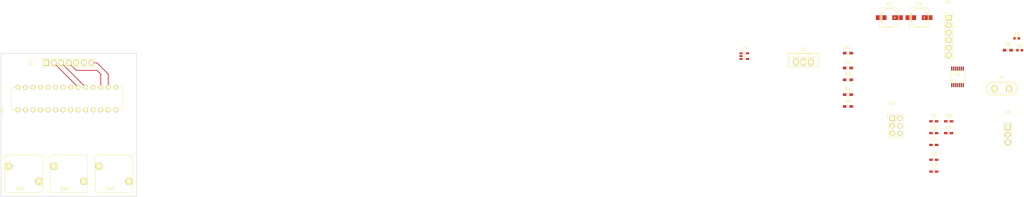
<source format=kicad_pcb>
(kicad_pcb (version 4) (host pcbnew 4.0.3-stable)

  (general
    (links 70)
    (no_connects 66)
    (area 105.969999 85.014999 151.840001 133.425001)
    (thickness 1.6)
    (drawings 13)
    (tracks 9)
    (zones 0)
    (modules 29)
    (nets 25)
  )

  (page A4)
  (layers
    (0 F.Cu signal)
    (31 B.Cu signal)
    (32 B.Adhes user)
    (33 F.Adhes user)
    (34 B.Paste user)
    (35 F.Paste user)
    (36 B.SilkS user)
    (37 F.SilkS user)
    (38 B.Mask user)
    (39 F.Mask user)
    (40 Dwgs.User user)
    (41 Cmts.User user)
    (42 Eco1.User user)
    (43 Eco2.User user)
    (44 Edge.Cuts user)
    (45 Margin user)
    (46 B.CrtYd user)
    (47 F.CrtYd user)
    (48 B.Fab user)
    (49 F.Fab user)
  )

  (setup
    (last_trace_width 0.25)
    (trace_clearance 0.2)
    (zone_clearance 0.508)
    (zone_45_only no)
    (trace_min 0.2)
    (segment_width 0.2)
    (edge_width 0.15)
    (via_size 0.6)
    (via_drill 0.4)
    (via_min_size 0.4)
    (via_min_drill 0.3)
    (uvia_size 0.3)
    (uvia_drill 0.1)
    (uvias_allowed no)
    (uvia_min_size 0.2)
    (uvia_min_drill 0.1)
    (pcb_text_width 0.3)
    (pcb_text_size 1.5 1.5)
    (mod_edge_width 0.15)
    (mod_text_size 1 1)
    (mod_text_width 0.15)
    (pad_size 1.524 1.524)
    (pad_drill 0.762)
    (pad_to_mask_clearance 0.2)
    (aux_axis_origin 0 0)
    (visible_elements FFFFFF7F)
    (pcbplotparams
      (layerselection 0x00030_80000001)
      (usegerberextensions false)
      (excludeedgelayer true)
      (linewidth 0.100000)
      (plotframeref false)
      (viasonmask false)
      (mode 1)
      (useauxorigin false)
      (hpglpennumber 1)
      (hpglpenspeed 20)
      (hpglpendiameter 15)
      (hpglpenoverlay 2)
      (psnegative false)
      (psa4output false)
      (plotreference true)
      (plotvalue true)
      (plotinvisibletext false)
      (padsonsilk false)
      (subtractmaskfromsilk false)
      (outputformat 1)
      (mirror false)
      (drillshape 1)
      (scaleselection 1)
      (outputdirectory ""))
  )

  (net 0 "")
  (net 1 GND)
  (net 2 /Reset)
  (net 3 "Net-(C2-Pad2)")
  (net 4 +5V)
  (net 5 "Net-(C4-Pad2)")
  (net 6 "Net-(C5-Pad2)")
  (net 7 +3V3)
  (net 8 "Net-(C9-Pad1)")
  (net 9 "Net-(D1-Pad2)")
  (net 10 "Net-(D1-Pad1)")
  (net 11 "Net-(D2-Pad2)")
  (net 12 "Net-(D2-Pad1)")
  (net 13 /Rx)
  (net 14 /Tx)
  (net 15 /Hall)
  (net 16 /Button_Up)
  (net 17 /Button_Down)
  (net 18 /Button_Select)
  (net 19 /SD_Select)
  (net 20 /Screen_Select)
  (net 21 /MOSI)
  (net 22 /MISO)
  (net 23 /SCK)
  (net 24 "Net-(J1-Pad2)")

  (net_class Default "This is the default net class."
    (clearance 0.2)
    (trace_width 0.25)
    (via_dia 0.6)
    (via_drill 0.4)
    (uvia_dia 0.3)
    (uvia_drill 0.1)
    (add_net +3V3)
    (add_net +5V)
    (add_net /Button_Down)
    (add_net /Button_Select)
    (add_net /Button_Up)
    (add_net /Hall)
    (add_net /MISO)
    (add_net /MOSI)
    (add_net /Reset)
    (add_net /Rx)
    (add_net /SCK)
    (add_net /SD_Select)
    (add_net /Screen_Select)
    (add_net /Tx)
    (add_net GND)
    (add_net "Net-(C2-Pad2)")
    (add_net "Net-(C4-Pad2)")
    (add_net "Net-(C5-Pad2)")
    (add_net "Net-(C9-Pad1)")
    (add_net "Net-(D1-Pad1)")
    (add_net "Net-(D1-Pad2)")
    (add_net "Net-(D2-Pad1)")
    (add_net "Net-(D2-Pad2)")
    (add_net "Net-(J1-Pad2)")
  )

  (module Capacitors_SMD:c_elec_6.3x4.5 (layer F.Cu) (tedit 55725DD2) (tstamp 57BB724E)
    (at 406 73)
    (descr "SMT capacitor, aluminium electrolytic, 6.3x4.5")
    (path /57A8FBDD)
    (attr smd)
    (fp_text reference C1 (at 0 -4.445) (layer F.SilkS)
      (effects (font (size 1 1) (thickness 0.15)))
    )
    (fp_text value 10uF (at 0 4.445) (layer F.Fab)
      (effects (font (size 1 1) (thickness 0.15)))
    )
    (fp_line (start -4.85 -3.6) (end 4.85 -3.6) (layer F.CrtYd) (width 0.05))
    (fp_line (start 4.85 -3.6) (end 4.85 3.6) (layer F.CrtYd) (width 0.05))
    (fp_line (start 4.85 3.6) (end -4.85 3.6) (layer F.CrtYd) (width 0.05))
    (fp_line (start -4.85 3.6) (end -4.85 -3.6) (layer F.CrtYd) (width 0.05))
    (fp_line (start -2.921 -0.762) (end -2.921 0.762) (layer F.SilkS) (width 0.15))
    (fp_line (start -2.794 1.143) (end -2.794 -1.143) (layer F.SilkS) (width 0.15))
    (fp_line (start -2.667 -1.397) (end -2.667 1.397) (layer F.SilkS) (width 0.15))
    (fp_line (start -2.54 1.651) (end -2.54 -1.651) (layer F.SilkS) (width 0.15))
    (fp_line (start -2.413 -1.778) (end -2.413 1.778) (layer F.SilkS) (width 0.15))
    (fp_line (start -3.302 -3.302) (end -3.302 3.302) (layer F.SilkS) (width 0.15))
    (fp_line (start -3.302 3.302) (end 2.54 3.302) (layer F.SilkS) (width 0.15))
    (fp_line (start 2.54 3.302) (end 3.302 2.54) (layer F.SilkS) (width 0.15))
    (fp_line (start 3.302 2.54) (end 3.302 -2.54) (layer F.SilkS) (width 0.15))
    (fp_line (start 3.302 -2.54) (end 2.54 -3.302) (layer F.SilkS) (width 0.15))
    (fp_line (start 2.54 -3.302) (end -3.302 -3.302) (layer F.SilkS) (width 0.15))
    (fp_line (start 2.159 0) (end 1.397 0) (layer F.SilkS) (width 0.15))
    (fp_line (start 1.778 -0.381) (end 1.778 0.381) (layer F.SilkS) (width 0.15))
    (fp_circle (center 0 0) (end -3.048 0) (layer F.SilkS) (width 0.15))
    (pad 1 smd rect (at 2.75082 0) (size 3.59918 1.6002) (layers F.Cu F.Paste F.Mask))
    (pad 2 smd rect (at -2.75082 0) (size 3.59918 1.6002) (layers F.Cu F.Paste F.Mask)
      (net 1 GND))
    (model Capacitors_SMD.3dshapes/c_elec_6.3x4.5.wrl
      (at (xyz 0 0 0))
      (scale (xyz 1 1 1))
      (rotate (xyz 0 0 0))
    )
  )

  (module Capacitors_SMD:C_0603_HandSoldering (layer F.Cu) (tedit 541A9B4D) (tstamp 57BB7254)
    (at 421 108)
    (descr "Capacitor SMD 0603, hand soldering")
    (tags "capacitor 0603")
    (path /57A90965)
    (attr smd)
    (fp_text reference C2 (at 0 -1.9) (layer F.SilkS)
      (effects (font (size 1 1) (thickness 0.15)))
    )
    (fp_text value C (at 0 1.9) (layer F.Fab)
      (effects (font (size 1 1) (thickness 0.15)))
    )
    (fp_line (start -1.85 -0.75) (end 1.85 -0.75) (layer F.CrtYd) (width 0.05))
    (fp_line (start -1.85 0.75) (end 1.85 0.75) (layer F.CrtYd) (width 0.05))
    (fp_line (start -1.85 -0.75) (end -1.85 0.75) (layer F.CrtYd) (width 0.05))
    (fp_line (start 1.85 -0.75) (end 1.85 0.75) (layer F.CrtYd) (width 0.05))
    (fp_line (start -0.35 -0.6) (end 0.35 -0.6) (layer F.SilkS) (width 0.15))
    (fp_line (start 0.35 0.6) (end -0.35 0.6) (layer F.SilkS) (width 0.15))
    (pad 1 smd rect (at -0.95 0) (size 1.2 0.75) (layers F.Cu F.Paste F.Mask)
      (net 2 /Reset))
    (pad 2 smd rect (at 0.95 0) (size 1.2 0.75) (layers F.Cu F.Paste F.Mask)
      (net 3 "Net-(C2-Pad2)"))
    (model Capacitors_SMD.3dshapes/C_0603_HandSoldering.wrl
      (at (xyz 0 0 0))
      (scale (xyz 1 1 1))
      (rotate (xyz 0 0 0))
    )
  )

  (module Capacitors_SMD:c_elec_6.3x4.5 (layer F.Cu) (tedit 55725DD2) (tstamp 57BB725A)
    (at 416 73)
    (descr "SMT capacitor, aluminium electrolytic, 6.3x4.5")
    (path /57A8FC0A)
    (attr smd)
    (fp_text reference C3 (at 0 -4.445) (layer F.SilkS)
      (effects (font (size 1 1) (thickness 0.15)))
    )
    (fp_text value 10uF (at 0 4.445) (layer F.Fab)
      (effects (font (size 1 1) (thickness 0.15)))
    )
    (fp_line (start -4.85 -3.6) (end 4.85 -3.6) (layer F.CrtYd) (width 0.05))
    (fp_line (start 4.85 -3.6) (end 4.85 3.6) (layer F.CrtYd) (width 0.05))
    (fp_line (start 4.85 3.6) (end -4.85 3.6) (layer F.CrtYd) (width 0.05))
    (fp_line (start -4.85 3.6) (end -4.85 -3.6) (layer F.CrtYd) (width 0.05))
    (fp_line (start -2.921 -0.762) (end -2.921 0.762) (layer F.SilkS) (width 0.15))
    (fp_line (start -2.794 1.143) (end -2.794 -1.143) (layer F.SilkS) (width 0.15))
    (fp_line (start -2.667 -1.397) (end -2.667 1.397) (layer F.SilkS) (width 0.15))
    (fp_line (start -2.54 1.651) (end -2.54 -1.651) (layer F.SilkS) (width 0.15))
    (fp_line (start -2.413 -1.778) (end -2.413 1.778) (layer F.SilkS) (width 0.15))
    (fp_line (start -3.302 -3.302) (end -3.302 3.302) (layer F.SilkS) (width 0.15))
    (fp_line (start -3.302 3.302) (end 2.54 3.302) (layer F.SilkS) (width 0.15))
    (fp_line (start 2.54 3.302) (end 3.302 2.54) (layer F.SilkS) (width 0.15))
    (fp_line (start 3.302 2.54) (end 3.302 -2.54) (layer F.SilkS) (width 0.15))
    (fp_line (start 3.302 -2.54) (end 2.54 -3.302) (layer F.SilkS) (width 0.15))
    (fp_line (start 2.54 -3.302) (end -3.302 -3.302) (layer F.SilkS) (width 0.15))
    (fp_line (start 2.159 0) (end 1.397 0) (layer F.SilkS) (width 0.15))
    (fp_line (start 1.778 -0.381) (end 1.778 0.381) (layer F.SilkS) (width 0.15))
    (fp_circle (center 0 0) (end -3.048 0) (layer F.SilkS) (width 0.15))
    (pad 1 smd rect (at 2.75082 0) (size 3.59918 1.6002) (layers F.Cu F.Paste F.Mask)
      (net 4 +5V))
    (pad 2 smd rect (at -2.75082 0) (size 3.59918 1.6002) (layers F.Cu F.Paste F.Mask)
      (net 1 GND))
    (model Capacitors_SMD.3dshapes/c_elec_6.3x4.5.wrl
      (at (xyz 0 0 0))
      (scale (xyz 1 1 1))
      (rotate (xyz 0 0 0))
    )
  )

  (module Capacitors_SMD:C_0603_HandSoldering (layer F.Cu) (tedit 541A9B4D) (tstamp 57BB7260)
    (at 421 116)
    (descr "Capacitor SMD 0603, hand soldering")
    (tags "capacitor 0603")
    (path /57A8F60C)
    (attr smd)
    (fp_text reference C4 (at 0 -1.9) (layer F.SilkS)
      (effects (font (size 1 1) (thickness 0.15)))
    )
    (fp_text value 22pF (at 0 1.9) (layer F.Fab)
      (effects (font (size 1 1) (thickness 0.15)))
    )
    (fp_line (start -1.85 -0.75) (end 1.85 -0.75) (layer F.CrtYd) (width 0.05))
    (fp_line (start -1.85 0.75) (end 1.85 0.75) (layer F.CrtYd) (width 0.05))
    (fp_line (start -1.85 -0.75) (end -1.85 0.75) (layer F.CrtYd) (width 0.05))
    (fp_line (start 1.85 -0.75) (end 1.85 0.75) (layer F.CrtYd) (width 0.05))
    (fp_line (start -0.35 -0.6) (end 0.35 -0.6) (layer F.SilkS) (width 0.15))
    (fp_line (start 0.35 0.6) (end -0.35 0.6) (layer F.SilkS) (width 0.15))
    (pad 1 smd rect (at -0.95 0) (size 1.2 0.75) (layers F.Cu F.Paste F.Mask)
      (net 1 GND))
    (pad 2 smd rect (at 0.95 0) (size 1.2 0.75) (layers F.Cu F.Paste F.Mask)
      (net 5 "Net-(C4-Pad2)"))
    (model Capacitors_SMD.3dshapes/C_0603_HandSoldering.wrl
      (at (xyz 0 0 0))
      (scale (xyz 1 1 1))
      (rotate (xyz 0 0 0))
    )
  )

  (module Capacitors_SMD:C_0603_HandSoldering (layer F.Cu) (tedit 541A9B4D) (tstamp 57BB7266)
    (at 421 112)
    (descr "Capacitor SMD 0603, hand soldering")
    (tags "capacitor 0603")
    (path /57A8F647)
    (attr smd)
    (fp_text reference C5 (at 0 -1.9) (layer F.SilkS)
      (effects (font (size 1 1) (thickness 0.15)))
    )
    (fp_text value 22pF (at 0 1.9) (layer F.Fab)
      (effects (font (size 1 1) (thickness 0.15)))
    )
    (fp_line (start -1.85 -0.75) (end 1.85 -0.75) (layer F.CrtYd) (width 0.05))
    (fp_line (start -1.85 0.75) (end 1.85 0.75) (layer F.CrtYd) (width 0.05))
    (fp_line (start -1.85 -0.75) (end -1.85 0.75) (layer F.CrtYd) (width 0.05))
    (fp_line (start 1.85 -0.75) (end 1.85 0.75) (layer F.CrtYd) (width 0.05))
    (fp_line (start -0.35 -0.6) (end 0.35 -0.6) (layer F.SilkS) (width 0.15))
    (fp_line (start 0.35 0.6) (end -0.35 0.6) (layer F.SilkS) (width 0.15))
    (pad 1 smd rect (at -0.95 0) (size 1.2 0.75) (layers F.Cu F.Paste F.Mask)
      (net 1 GND))
    (pad 2 smd rect (at 0.95 0) (size 1.2 0.75) (layers F.Cu F.Paste F.Mask)
      (net 6 "Net-(C5-Pad2)"))
    (model Capacitors_SMD.3dshapes/C_0603_HandSoldering.wrl
      (at (xyz 0 0 0))
      (scale (xyz 1 1 1))
      (rotate (xyz 0 0 0))
    )
  )

  (module Capacitors_SMD:C_0603_HandSoldering (layer F.Cu) (tedit 541A9B4D) (tstamp 57BB726C)
    (at 421 121)
    (descr "Capacitor SMD 0603, hand soldering")
    (tags "capacitor 0603")
    (path /57B79B73)
    (attr smd)
    (fp_text reference C6 (at 0 -1.9) (layer F.SilkS)
      (effects (font (size 1 1) (thickness 0.15)))
    )
    (fp_text value C (at 0 1.9) (layer F.Fab)
      (effects (font (size 1 1) (thickness 0.15)))
    )
    (fp_line (start -1.85 -0.75) (end 1.85 -0.75) (layer F.CrtYd) (width 0.05))
    (fp_line (start -1.85 0.75) (end 1.85 0.75) (layer F.CrtYd) (width 0.05))
    (fp_line (start -1.85 -0.75) (end -1.85 0.75) (layer F.CrtYd) (width 0.05))
    (fp_line (start 1.85 -0.75) (end 1.85 0.75) (layer F.CrtYd) (width 0.05))
    (fp_line (start -0.35 -0.6) (end 0.35 -0.6) (layer F.SilkS) (width 0.15))
    (fp_line (start 0.35 0.6) (end -0.35 0.6) (layer F.SilkS) (width 0.15))
    (pad 1 smd rect (at -0.95 0) (size 1.2 0.75) (layers F.Cu F.Paste F.Mask)
      (net 4 +5V))
    (pad 2 smd rect (at 0.95 0) (size 1.2 0.75) (layers F.Cu F.Paste F.Mask)
      (net 1 GND))
    (model Capacitors_SMD.3dshapes/C_0603_HandSoldering.wrl
      (at (xyz 0 0 0))
      (scale (xyz 1 1 1))
      (rotate (xyz 0 0 0))
    )
  )

  (module Capacitors_SMD:C_0603_HandSoldering (layer F.Cu) (tedit 541A9B4D) (tstamp 57BB7272)
    (at 421 125)
    (descr "Capacitor SMD 0603, hand soldering")
    (tags "capacitor 0603")
    (path /57B79C14)
    (attr smd)
    (fp_text reference C7 (at 0 -1.9) (layer F.SilkS)
      (effects (font (size 1 1) (thickness 0.15)))
    )
    (fp_text value C (at 0 1.9) (layer F.Fab)
      (effects (font (size 1 1) (thickness 0.15)))
    )
    (fp_line (start -1.85 -0.75) (end 1.85 -0.75) (layer F.CrtYd) (width 0.05))
    (fp_line (start -1.85 0.75) (end 1.85 0.75) (layer F.CrtYd) (width 0.05))
    (fp_line (start -1.85 -0.75) (end -1.85 0.75) (layer F.CrtYd) (width 0.05))
    (fp_line (start 1.85 -0.75) (end 1.85 0.75) (layer F.CrtYd) (width 0.05))
    (fp_line (start -0.35 -0.6) (end 0.35 -0.6) (layer F.SilkS) (width 0.15))
    (fp_line (start 0.35 0.6) (end -0.35 0.6) (layer F.SilkS) (width 0.15))
    (pad 1 smd rect (at -0.95 0) (size 1.2 0.75) (layers F.Cu F.Paste F.Mask)
      (net 7 +3V3))
    (pad 2 smd rect (at 0.95 0) (size 1.2 0.75) (layers F.Cu F.Paste F.Mask)
      (net 1 GND))
    (model Capacitors_SMD.3dshapes/C_0603_HandSoldering.wrl
      (at (xyz 0 0 0))
      (scale (xyz 1 1 1))
      (rotate (xyz 0 0 0))
    )
  )

  (module Capacitors_SMD:C_0603_HandSoldering (layer F.Cu) (tedit 541A9B4D) (tstamp 57BB7278)
    (at 426 108)
    (descr "Capacitor SMD 0603, hand soldering")
    (tags "capacitor 0603")
    (path /57BB43F1)
    (attr smd)
    (fp_text reference C8 (at 0 -1.9) (layer F.SilkS)
      (effects (font (size 1 1) (thickness 0.15)))
    )
    (fp_text value 0.1uF (at 0 1.9) (layer F.Fab)
      (effects (font (size 1 1) (thickness 0.15)))
    )
    (fp_line (start -1.85 -0.75) (end 1.85 -0.75) (layer F.CrtYd) (width 0.05))
    (fp_line (start -1.85 0.75) (end 1.85 0.75) (layer F.CrtYd) (width 0.05))
    (fp_line (start -1.85 -0.75) (end -1.85 0.75) (layer F.CrtYd) (width 0.05))
    (fp_line (start 1.85 -0.75) (end 1.85 0.75) (layer F.CrtYd) (width 0.05))
    (fp_line (start -0.35 -0.6) (end 0.35 -0.6) (layer F.SilkS) (width 0.15))
    (fp_line (start 0.35 0.6) (end -0.35 0.6) (layer F.SilkS) (width 0.15))
    (pad 1 smd rect (at -0.95 0) (size 1.2 0.75) (layers F.Cu F.Paste F.Mask)
      (net 4 +5V))
    (pad 2 smd rect (at 0.95 0) (size 1.2 0.75) (layers F.Cu F.Paste F.Mask)
      (net 1 GND))
    (model Capacitors_SMD.3dshapes/C_0603_HandSoldering.wrl
      (at (xyz 0 0 0))
      (scale (xyz 1 1 1))
      (rotate (xyz 0 0 0))
    )
  )

  (module Capacitors_SMD:C_0603_HandSoldering (layer F.Cu) (tedit 541A9B4D) (tstamp 57BB727E)
    (at 426 112)
    (descr "Capacitor SMD 0603, hand soldering")
    (tags "capacitor 0603")
    (path /57BB445C)
    (attr smd)
    (fp_text reference C9 (at 0 -1.9) (layer F.SilkS)
      (effects (font (size 1 1) (thickness 0.15)))
    )
    (fp_text value 0.1uF (at 0 1.9) (layer F.Fab)
      (effects (font (size 1 1) (thickness 0.15)))
    )
    (fp_line (start -1.85 -0.75) (end 1.85 -0.75) (layer F.CrtYd) (width 0.05))
    (fp_line (start -1.85 0.75) (end 1.85 0.75) (layer F.CrtYd) (width 0.05))
    (fp_line (start -1.85 -0.75) (end -1.85 0.75) (layer F.CrtYd) (width 0.05))
    (fp_line (start 1.85 -0.75) (end 1.85 0.75) (layer F.CrtYd) (width 0.05))
    (fp_line (start -0.35 -0.6) (end 0.35 -0.6) (layer F.SilkS) (width 0.15))
    (fp_line (start 0.35 0.6) (end -0.35 0.6) (layer F.SilkS) (width 0.15))
    (pad 1 smd rect (at -0.95 0) (size 1.2 0.75) (layers F.Cu F.Paste F.Mask)
      (net 8 "Net-(C9-Pad1)"))
    (pad 2 smd rect (at 0.95 0) (size 1.2 0.75) (layers F.Cu F.Paste F.Mask)
      (net 1 GND))
    (model Capacitors_SMD.3dshapes/C_0603_HandSoldering.wrl
      (at (xyz 0 0 0))
      (scale (xyz 1 1 1))
      (rotate (xyz 0 0 0))
    )
  )

  (module LEDs:LED_0603 (layer F.Cu) (tedit 55BDE255) (tstamp 57BB7284)
    (at 449 80)
    (descr "LED 0603 smd package")
    (tags "LED led 0603 SMD smd SMT smt smdled SMDLED smtled SMTLED")
    (path /57B778F0)
    (attr smd)
    (fp_text reference D1 (at 0 -1.5) (layer F.SilkS)
      (effects (font (size 1 1) (thickness 0.15)))
    )
    (fp_text value LED (at 0 1.5) (layer F.Fab)
      (effects (font (size 1 1) (thickness 0.15)))
    )
    (fp_line (start -0.3 -0.2) (end -0.3 0.2) (layer F.Fab) (width 0.15))
    (fp_line (start -0.2 0) (end 0.1 -0.2) (layer F.Fab) (width 0.15))
    (fp_line (start 0.1 0.2) (end -0.2 0) (layer F.Fab) (width 0.15))
    (fp_line (start 0.1 -0.2) (end 0.1 0.2) (layer F.Fab) (width 0.15))
    (fp_line (start 0.8 0.4) (end -0.8 0.4) (layer F.Fab) (width 0.15))
    (fp_line (start 0.8 -0.4) (end 0.8 0.4) (layer F.Fab) (width 0.15))
    (fp_line (start -0.8 -0.4) (end 0.8 -0.4) (layer F.Fab) (width 0.15))
    (fp_line (start -0.8 0.4) (end -0.8 -0.4) (layer F.Fab) (width 0.15))
    (fp_line (start -1.1 0.55) (end 0.8 0.55) (layer F.SilkS) (width 0.15))
    (fp_line (start -1.1 -0.55) (end 0.8 -0.55) (layer F.SilkS) (width 0.15))
    (fp_line (start -0.2 0) (end 0.25 0) (layer F.SilkS) (width 0.15))
    (fp_line (start -0.25 -0.25) (end -0.25 0.25) (layer F.SilkS) (width 0.15))
    (fp_line (start -0.25 0) (end 0 -0.25) (layer F.SilkS) (width 0.15))
    (fp_line (start 0 -0.25) (end 0 0.25) (layer F.SilkS) (width 0.15))
    (fp_line (start 0 0.25) (end -0.25 0) (layer F.SilkS) (width 0.15))
    (fp_line (start 1.4 -0.75) (end 1.4 0.75) (layer F.CrtYd) (width 0.05))
    (fp_line (start 1.4 0.75) (end -1.4 0.75) (layer F.CrtYd) (width 0.05))
    (fp_line (start -1.4 0.75) (end -1.4 -0.75) (layer F.CrtYd) (width 0.05))
    (fp_line (start -1.4 -0.75) (end 1.4 -0.75) (layer F.CrtYd) (width 0.05))
    (pad 2 smd rect (at 0.7493 0 180) (size 0.79756 0.79756) (layers F.Cu F.Paste F.Mask)
      (net 9 "Net-(D1-Pad2)"))
    (pad 1 smd rect (at -0.7493 0 180) (size 0.79756 0.79756) (layers F.Cu F.Paste F.Mask)
      (net 10 "Net-(D1-Pad1)"))
    (model LEDs.3dshapes/LED_0603.wrl
      (at (xyz 0 0 0))
      (scale (xyz 1 1 1))
      (rotate (xyz 0 0 180))
    )
  )

  (module LEDs:LED_0603 (layer F.Cu) (tedit 55BDE255) (tstamp 57BB728A)
    (at 450 84)
    (descr "LED 0603 smd package")
    (tags "LED led 0603 SMD smd SMT smt smdled SMDLED smtled SMTLED")
    (path /57B79ADA)
    (attr smd)
    (fp_text reference D2 (at 0 -1.5) (layer F.SilkS)
      (effects (font (size 1 1) (thickness 0.15)))
    )
    (fp_text value LED (at 0 1.5) (layer F.Fab)
      (effects (font (size 1 1) (thickness 0.15)))
    )
    (fp_line (start -0.3 -0.2) (end -0.3 0.2) (layer F.Fab) (width 0.15))
    (fp_line (start -0.2 0) (end 0.1 -0.2) (layer F.Fab) (width 0.15))
    (fp_line (start 0.1 0.2) (end -0.2 0) (layer F.Fab) (width 0.15))
    (fp_line (start 0.1 -0.2) (end 0.1 0.2) (layer F.Fab) (width 0.15))
    (fp_line (start 0.8 0.4) (end -0.8 0.4) (layer F.Fab) (width 0.15))
    (fp_line (start 0.8 -0.4) (end 0.8 0.4) (layer F.Fab) (width 0.15))
    (fp_line (start -0.8 -0.4) (end 0.8 -0.4) (layer F.Fab) (width 0.15))
    (fp_line (start -0.8 0.4) (end -0.8 -0.4) (layer F.Fab) (width 0.15))
    (fp_line (start -1.1 0.55) (end 0.8 0.55) (layer F.SilkS) (width 0.15))
    (fp_line (start -1.1 -0.55) (end 0.8 -0.55) (layer F.SilkS) (width 0.15))
    (fp_line (start -0.2 0) (end 0.25 0) (layer F.SilkS) (width 0.15))
    (fp_line (start -0.25 -0.25) (end -0.25 0.25) (layer F.SilkS) (width 0.15))
    (fp_line (start -0.25 0) (end 0 -0.25) (layer F.SilkS) (width 0.15))
    (fp_line (start 0 -0.25) (end 0 0.25) (layer F.SilkS) (width 0.15))
    (fp_line (start 0 0.25) (end -0.25 0) (layer F.SilkS) (width 0.15))
    (fp_line (start 1.4 -0.75) (end 1.4 0.75) (layer F.CrtYd) (width 0.05))
    (fp_line (start 1.4 0.75) (end -1.4 0.75) (layer F.CrtYd) (width 0.05))
    (fp_line (start -1.4 0.75) (end -1.4 -0.75) (layer F.CrtYd) (width 0.05))
    (fp_line (start -1.4 -0.75) (end 1.4 -0.75) (layer F.CrtYd) (width 0.05))
    (pad 2 smd rect (at 0.7493 0 180) (size 0.79756 0.79756) (layers F.Cu F.Paste F.Mask)
      (net 11 "Net-(D2-Pad2)"))
    (pad 1 smd rect (at -0.7493 0 180) (size 0.79756 0.79756) (layers F.Cu F.Paste F.Mask)
      (net 12 "Net-(D2-Pad1)"))
    (model LEDs.3dshapes/LED_0603.wrl
      (at (xyz 0 0 0))
      (scale (xyz 1 1 1))
      (rotate (xyz 0 0 180))
    )
  )

  (module Housings_DIP:DIP-28_W7.62mm (layer F.Cu) (tedit 54130A77) (tstamp 57BB72AA)
    (at 111.76 104.14 90)
    (descr "28-lead dip package, row spacing 7.62 mm (300 mils)")
    (tags "dil dip 2.54 300")
    (path /57A8EF88)
    (fp_text reference IC1 (at 0 -5.22 90) (layer F.SilkS)
      (effects (font (size 1 1) (thickness 0.15)))
    )
    (fp_text value ATMEGA328-P (at 0 -3.72 90) (layer F.Fab)
      (effects (font (size 1 1) (thickness 0.15)))
    )
    (fp_line (start -1.05 -2.45) (end -1.05 35.5) (layer F.CrtYd) (width 0.05))
    (fp_line (start 8.65 -2.45) (end 8.65 35.5) (layer F.CrtYd) (width 0.05))
    (fp_line (start -1.05 -2.45) (end 8.65 -2.45) (layer F.CrtYd) (width 0.05))
    (fp_line (start -1.05 35.5) (end 8.65 35.5) (layer F.CrtYd) (width 0.05))
    (fp_line (start 0.135 -2.295) (end 0.135 -1.025) (layer F.SilkS) (width 0.15))
    (fp_line (start 7.485 -2.295) (end 7.485 -1.025) (layer F.SilkS) (width 0.15))
    (fp_line (start 7.485 35.315) (end 7.485 34.045) (layer F.SilkS) (width 0.15))
    (fp_line (start 0.135 35.315) (end 0.135 34.045) (layer F.SilkS) (width 0.15))
    (fp_line (start 0.135 -2.295) (end 7.485 -2.295) (layer F.SilkS) (width 0.15))
    (fp_line (start 0.135 35.315) (end 7.485 35.315) (layer F.SilkS) (width 0.15))
    (fp_line (start 0.135 -1.025) (end -0.8 -1.025) (layer F.SilkS) (width 0.15))
    (pad 1 thru_hole oval (at 0 0 90) (size 1.6 1.6) (drill 0.8) (layers *.Cu *.Mask F.SilkS)
      (net 2 /Reset))
    (pad 2 thru_hole oval (at 0 2.54 90) (size 1.6 1.6) (drill 0.8) (layers *.Cu *.Mask F.SilkS)
      (net 13 /Rx))
    (pad 3 thru_hole oval (at 0 5.08 90) (size 1.6 1.6) (drill 0.8) (layers *.Cu *.Mask F.SilkS)
      (net 14 /Tx))
    (pad 4 thru_hole oval (at 0 7.62 90) (size 1.6 1.6) (drill 0.8) (layers *.Cu *.Mask F.SilkS)
      (net 15 /Hall))
    (pad 5 thru_hole oval (at 0 10.16 90) (size 1.6 1.6) (drill 0.8) (layers *.Cu *.Mask F.SilkS))
    (pad 6 thru_hole oval (at 0 12.7 90) (size 1.6 1.6) (drill 0.8) (layers *.Cu *.Mask F.SilkS)
      (net 16 /Button_Up))
    (pad 7 thru_hole oval (at 0 15.24 90) (size 1.6 1.6) (drill 0.8) (layers *.Cu *.Mask F.SilkS)
      (net 4 +5V))
    (pad 8 thru_hole oval (at 0 17.78 90) (size 1.6 1.6) (drill 0.8) (layers *.Cu *.Mask F.SilkS)
      (net 1 GND))
    (pad 9 thru_hole oval (at 0 20.32 90) (size 1.6 1.6) (drill 0.8) (layers *.Cu *.Mask F.SilkS)
      (net 5 "Net-(C4-Pad2)"))
    (pad 10 thru_hole oval (at 0 22.86 90) (size 1.6 1.6) (drill 0.8) (layers *.Cu *.Mask F.SilkS)
      (net 6 "Net-(C5-Pad2)"))
    (pad 11 thru_hole oval (at 0 25.4 90) (size 1.6 1.6) (drill 0.8) (layers *.Cu *.Mask F.SilkS)
      (net 17 /Button_Down))
    (pad 12 thru_hole oval (at 0 27.94 90) (size 1.6 1.6) (drill 0.8) (layers *.Cu *.Mask F.SilkS)
      (net 18 /Button_Select))
    (pad 13 thru_hole oval (at 0 30.48 90) (size 1.6 1.6) (drill 0.8) (layers *.Cu *.Mask F.SilkS)
      (net 9 "Net-(D1-Pad2)"))
    (pad 14 thru_hole oval (at 0 33.02 90) (size 1.6 1.6) (drill 0.8) (layers *.Cu *.Mask F.SilkS))
    (pad 15 thru_hole oval (at 7.62 33.02 90) (size 1.6 1.6) (drill 0.8) (layers *.Cu *.Mask F.SilkS)
      (net 19 /SD_Select))
    (pad 16 thru_hole oval (at 7.62 30.48 90) (size 1.6 1.6) (drill 0.8) (layers *.Cu *.Mask F.SilkS)
      (net 20 /Screen_Select))
    (pad 17 thru_hole oval (at 7.62 27.94 90) (size 1.6 1.6) (drill 0.8) (layers *.Cu *.Mask F.SilkS)
      (net 21 /MOSI))
    (pad 18 thru_hole oval (at 7.62 25.4 90) (size 1.6 1.6) (drill 0.8) (layers *.Cu *.Mask F.SilkS)
      (net 22 /MISO))
    (pad 19 thru_hole oval (at 7.62 22.86 90) (size 1.6 1.6) (drill 0.8) (layers *.Cu *.Mask F.SilkS)
      (net 23 /SCK))
    (pad 20 thru_hole oval (at 7.62 20.32 90) (size 1.6 1.6) (drill 0.8) (layers *.Cu *.Mask F.SilkS)
      (net 4 +5V))
    (pad 21 thru_hole oval (at 7.62 17.78 90) (size 1.6 1.6) (drill 0.8) (layers *.Cu *.Mask F.SilkS)
      (net 8 "Net-(C9-Pad1)"))
    (pad 22 thru_hole oval (at 7.62 15.24 90) (size 1.6 1.6) (drill 0.8) (layers *.Cu *.Mask F.SilkS)
      (net 1 GND))
    (pad 23 thru_hole oval (at 7.62 12.7 90) (size 1.6 1.6) (drill 0.8) (layers *.Cu *.Mask F.SilkS))
    (pad 24 thru_hole oval (at 7.62 10.16 90) (size 1.6 1.6) (drill 0.8) (layers *.Cu *.Mask F.SilkS))
    (pad 25 thru_hole oval (at 7.62 7.62 90) (size 1.6 1.6) (drill 0.8) (layers *.Cu *.Mask F.SilkS))
    (pad 26 thru_hole oval (at 7.62 5.08 90) (size 1.6 1.6) (drill 0.8) (layers *.Cu *.Mask F.SilkS))
    (pad 27 thru_hole oval (at 7.62 2.54 90) (size 1.6 1.6) (drill 0.8) (layers *.Cu *.Mask F.SilkS))
    (pad 28 thru_hole oval (at 7.62 0 90) (size 1.6 1.6) (drill 0.8) (layers *.Cu *.Mask F.SilkS))
    (model Housings_DIP.3dshapes/DIP-28_W7.62mm.wrl
      (at (xyz 0 0 0))
      (scale (xyz 1 1 1))
      (rotate (xyz 0 0 0))
    )
  )

  (module Pin_Headers:Pin_Header_Straight_1x06 (layer F.Cu) (tedit 0) (tstamp 57BB72B4)
    (at 426 73)
    (descr "Through hole pin header")
    (tags "pin header")
    (path /57A90149)
    (fp_text reference P1 (at 0 -5.1) (layer F.SilkS)
      (effects (font (size 1 1) (thickness 0.15)))
    )
    (fp_text value Serial (at 0 -3.1) (layer F.Fab)
      (effects (font (size 1 1) (thickness 0.15)))
    )
    (fp_line (start -1.75 -1.75) (end -1.75 14.45) (layer F.CrtYd) (width 0.05))
    (fp_line (start 1.75 -1.75) (end 1.75 14.45) (layer F.CrtYd) (width 0.05))
    (fp_line (start -1.75 -1.75) (end 1.75 -1.75) (layer F.CrtYd) (width 0.05))
    (fp_line (start -1.75 14.45) (end 1.75 14.45) (layer F.CrtYd) (width 0.05))
    (fp_line (start 1.27 1.27) (end 1.27 13.97) (layer F.SilkS) (width 0.15))
    (fp_line (start 1.27 13.97) (end -1.27 13.97) (layer F.SilkS) (width 0.15))
    (fp_line (start -1.27 13.97) (end -1.27 1.27) (layer F.SilkS) (width 0.15))
    (fp_line (start 1.55 -1.55) (end 1.55 0) (layer F.SilkS) (width 0.15))
    (fp_line (start 1.27 1.27) (end -1.27 1.27) (layer F.SilkS) (width 0.15))
    (fp_line (start -1.55 0) (end -1.55 -1.55) (layer F.SilkS) (width 0.15))
    (fp_line (start -1.55 -1.55) (end 1.55 -1.55) (layer F.SilkS) (width 0.15))
    (pad 1 thru_hole rect (at 0 0) (size 2.032 1.7272) (drill 1.016) (layers *.Cu *.Mask F.SilkS)
      (net 1 GND))
    (pad 2 thru_hole oval (at 0 2.54) (size 2.032 1.7272) (drill 1.016) (layers *.Cu *.Mask F.SilkS))
    (pad 3 thru_hole oval (at 0 5.08) (size 2.032 1.7272) (drill 1.016) (layers *.Cu *.Mask F.SilkS)
      (net 4 +5V))
    (pad 4 thru_hole oval (at 0 7.62) (size 2.032 1.7272) (drill 1.016) (layers *.Cu *.Mask F.SilkS)
      (net 13 /Rx))
    (pad 5 thru_hole oval (at 0 10.16) (size 2.032 1.7272) (drill 1.016) (layers *.Cu *.Mask F.SilkS)
      (net 14 /Tx))
    (pad 6 thru_hole oval (at 0 12.7) (size 2.032 1.7272) (drill 1.016) (layers *.Cu *.Mask F.SilkS)
      (net 3 "Net-(C2-Pad2)"))
    (model Pin_Headers.3dshapes/Pin_Header_Straight_1x06.wrl
      (at (xyz 0 -0.25 0))
      (scale (xyz 1 1 1))
      (rotate (xyz 0 0 90))
    )
  )

  (module Pin_Headers:Pin_Header_Straight_1x07 (layer F.Cu) (tedit 0) (tstamp 57BB72BF)
    (at 121.285 88.265 90)
    (descr "Through hole pin header")
    (tags "pin header")
    (path /57B78B7E)
    (fp_text reference P2 (at 0 -5.1 90) (layer F.SilkS)
      (effects (font (size 1 1) (thickness 0.15)))
    )
    (fp_text value "OLED screen" (at 0 -3.1 90) (layer F.Fab)
      (effects (font (size 1 1) (thickness 0.15)))
    )
    (fp_line (start -1.75 -1.75) (end -1.75 17) (layer F.CrtYd) (width 0.05))
    (fp_line (start 1.75 -1.75) (end 1.75 17) (layer F.CrtYd) (width 0.05))
    (fp_line (start -1.75 -1.75) (end 1.75 -1.75) (layer F.CrtYd) (width 0.05))
    (fp_line (start -1.75 17) (end 1.75 17) (layer F.CrtYd) (width 0.05))
    (fp_line (start 1.27 1.27) (end 1.27 16.51) (layer F.SilkS) (width 0.15))
    (fp_line (start 1.27 16.51) (end -1.27 16.51) (layer F.SilkS) (width 0.15))
    (fp_line (start -1.27 16.51) (end -1.27 1.27) (layer F.SilkS) (width 0.15))
    (fp_line (start 1.55 -1.55) (end 1.55 0) (layer F.SilkS) (width 0.15))
    (fp_line (start 1.27 1.27) (end -1.27 1.27) (layer F.SilkS) (width 0.15))
    (fp_line (start -1.55 0) (end -1.55 -1.55) (layer F.SilkS) (width 0.15))
    (fp_line (start -1.55 -1.55) (end 1.55 -1.55) (layer F.SilkS) (width 0.15))
    (pad 1 thru_hole rect (at 0 0 90) (size 2.032 1.7272) (drill 1.016) (layers *.Cu *.Mask F.SilkS)
      (net 1 GND))
    (pad 2 thru_hole oval (at 0 2.54 90) (size 2.032 1.7272) (drill 1.016) (layers *.Cu *.Mask F.SilkS)
      (net 4 +5V))
    (pad 3 thru_hole oval (at 0 5.08 90) (size 2.032 1.7272) (drill 1.016) (layers *.Cu *.Mask F.SilkS)
      (net 23 /SCK))
    (pad 4 thru_hole oval (at 0 7.62 90) (size 2.032 1.7272) (drill 1.016) (layers *.Cu *.Mask F.SilkS)
      (net 21 /MOSI))
    (pad 5 thru_hole oval (at 0 10.16 90) (size 2.032 1.7272) (drill 1.016) (layers *.Cu *.Mask F.SilkS))
    (pad 6 thru_hole oval (at 0 12.7 90) (size 2.032 1.7272) (drill 1.016) (layers *.Cu *.Mask F.SilkS))
    (pad 7 thru_hole oval (at 0 15.24 90) (size 2.032 1.7272) (drill 1.016) (layers *.Cu *.Mask F.SilkS)
      (net 20 /Screen_Select))
    (model Pin_Headers.3dshapes/Pin_Header_Straight_1x07.wrl
      (at (xyz 0 -0.3 0))
      (scale (xyz 1 1 1))
      (rotate (xyz 0 0 90))
    )
  )

  (module Resistors_SMD:R_0603_HandSoldering (layer F.Cu) (tedit 5418A00F) (tstamp 57BB72C5)
    (at 392 85)
    (descr "Resistor SMD 0603, hand soldering")
    (tags "resistor 0603")
    (path /57B83532)
    (attr smd)
    (fp_text reference R1 (at 0 -1.9) (layer F.SilkS)
      (effects (font (size 1 1) (thickness 0.15)))
    )
    (fp_text value R (at 0 1.9) (layer F.Fab)
      (effects (font (size 1 1) (thickness 0.15)))
    )
    (fp_line (start -2 -0.8) (end 2 -0.8) (layer F.CrtYd) (width 0.05))
    (fp_line (start -2 0.8) (end 2 0.8) (layer F.CrtYd) (width 0.05))
    (fp_line (start -2 -0.8) (end -2 0.8) (layer F.CrtYd) (width 0.05))
    (fp_line (start 2 -0.8) (end 2 0.8) (layer F.CrtYd) (width 0.05))
    (fp_line (start 0.5 0.675) (end -0.5 0.675) (layer F.SilkS) (width 0.15))
    (fp_line (start -0.5 -0.675) (end 0.5 -0.675) (layer F.SilkS) (width 0.15))
    (pad 1 smd rect (at -1.1 0) (size 1.2 0.9) (layers F.Cu F.Paste F.Mask)
      (net 4 +5V))
    (pad 2 smd rect (at 1.1 0) (size 1.2 0.9) (layers F.Cu F.Paste F.Mask)
      (net 16 /Button_Up))
    (model Resistors_SMD.3dshapes/R_0603_HandSoldering.wrl
      (at (xyz 0 0 0))
      (scale (xyz 1 1 1))
      (rotate (xyz 0 0 0))
    )
  )

  (module Resistors_SMD:R_0603_HandSoldering (layer F.Cu) (tedit 5418A00F) (tstamp 57BB72CB)
    (at 392 90)
    (descr "Resistor SMD 0603, hand soldering")
    (tags "resistor 0603")
    (path /57B834C6)
    (attr smd)
    (fp_text reference R2 (at 0 -1.9) (layer F.SilkS)
      (effects (font (size 1 1) (thickness 0.15)))
    )
    (fp_text value R (at 0 1.9) (layer F.Fab)
      (effects (font (size 1 1) (thickness 0.15)))
    )
    (fp_line (start -2 -0.8) (end 2 -0.8) (layer F.CrtYd) (width 0.05))
    (fp_line (start -2 0.8) (end 2 0.8) (layer F.CrtYd) (width 0.05))
    (fp_line (start -2 -0.8) (end -2 0.8) (layer F.CrtYd) (width 0.05))
    (fp_line (start 2 -0.8) (end 2 0.8) (layer F.CrtYd) (width 0.05))
    (fp_line (start 0.5 0.675) (end -0.5 0.675) (layer F.SilkS) (width 0.15))
    (fp_line (start -0.5 -0.675) (end 0.5 -0.675) (layer F.SilkS) (width 0.15))
    (pad 1 smd rect (at -1.1 0) (size 1.2 0.9) (layers F.Cu F.Paste F.Mask)
      (net 4 +5V))
    (pad 2 smd rect (at 1.1 0) (size 1.2 0.9) (layers F.Cu F.Paste F.Mask)
      (net 18 /Button_Select))
    (model Resistors_SMD.3dshapes/R_0603_HandSoldering.wrl
      (at (xyz 0 0 0))
      (scale (xyz 1 1 1))
      (rotate (xyz 0 0 0))
    )
  )

  (module Resistors_SMD:R_0603_HandSoldering (layer F.Cu) (tedit 5418A00F) (tstamp 57BB72D1)
    (at 392 94)
    (descr "Resistor SMD 0603, hand soldering")
    (tags "resistor 0603")
    (path /57B833C3)
    (attr smd)
    (fp_text reference R3 (at 0 -1.9) (layer F.SilkS)
      (effects (font (size 1 1) (thickness 0.15)))
    )
    (fp_text value R (at 0 1.9) (layer F.Fab)
      (effects (font (size 1 1) (thickness 0.15)))
    )
    (fp_line (start -2 -0.8) (end 2 -0.8) (layer F.CrtYd) (width 0.05))
    (fp_line (start -2 0.8) (end 2 0.8) (layer F.CrtYd) (width 0.05))
    (fp_line (start -2 -0.8) (end -2 0.8) (layer F.CrtYd) (width 0.05))
    (fp_line (start 2 -0.8) (end 2 0.8) (layer F.CrtYd) (width 0.05))
    (fp_line (start 0.5 0.675) (end -0.5 0.675) (layer F.SilkS) (width 0.15))
    (fp_line (start -0.5 -0.675) (end 0.5 -0.675) (layer F.SilkS) (width 0.15))
    (pad 1 smd rect (at -1.1 0) (size 1.2 0.9) (layers F.Cu F.Paste F.Mask)
      (net 4 +5V))
    (pad 2 smd rect (at 1.1 0) (size 1.2 0.9) (layers F.Cu F.Paste F.Mask)
      (net 17 /Button_Down))
    (model Resistors_SMD.3dshapes/R_0603_HandSoldering.wrl
      (at (xyz 0 0 0))
      (scale (xyz 1 1 1))
      (rotate (xyz 0 0 0))
    )
  )

  (module Resistors_SMD:R_0603_HandSoldering (layer F.Cu) (tedit 5418A00F) (tstamp 57BB72D7)
    (at 392 99)
    (descr "Resistor SMD 0603, hand soldering")
    (tags "resistor 0603")
    (path /57B7792F)
    (attr smd)
    (fp_text reference R4 (at 0 -1.9) (layer F.SilkS)
      (effects (font (size 1 1) (thickness 0.15)))
    )
    (fp_text value R (at 0 1.9) (layer F.Fab)
      (effects (font (size 1 1) (thickness 0.15)))
    )
    (fp_line (start -2 -0.8) (end 2 -0.8) (layer F.CrtYd) (width 0.05))
    (fp_line (start -2 0.8) (end 2 0.8) (layer F.CrtYd) (width 0.05))
    (fp_line (start -2 -0.8) (end -2 0.8) (layer F.CrtYd) (width 0.05))
    (fp_line (start 2 -0.8) (end 2 0.8) (layer F.CrtYd) (width 0.05))
    (fp_line (start 0.5 0.675) (end -0.5 0.675) (layer F.SilkS) (width 0.15))
    (fp_line (start -0.5 -0.675) (end 0.5 -0.675) (layer F.SilkS) (width 0.15))
    (pad 1 smd rect (at -1.1 0) (size 1.2 0.9) (layers F.Cu F.Paste F.Mask)
      (net 10 "Net-(D1-Pad1)"))
    (pad 2 smd rect (at 1.1 0) (size 1.2 0.9) (layers F.Cu F.Paste F.Mask)
      (net 1 GND))
    (model Resistors_SMD.3dshapes/R_0603_HandSoldering.wrl
      (at (xyz 0 0 0))
      (scale (xyz 1 1 1))
      (rotate (xyz 0 0 0))
    )
  )

  (module Resistors_SMD:R_0603_HandSoldering (layer F.Cu) (tedit 5418A00F) (tstamp 57BB72DD)
    (at 392 103)
    (descr "Resistor SMD 0603, hand soldering")
    (tags "resistor 0603")
    (path /57B77DE5)
    (attr smd)
    (fp_text reference R5 (at 0 -1.9) (layer F.SilkS)
      (effects (font (size 1 1) (thickness 0.15)))
    )
    (fp_text value 10K (at 0 1.9) (layer F.Fab)
      (effects (font (size 1 1) (thickness 0.15)))
    )
    (fp_line (start -2 -0.8) (end 2 -0.8) (layer F.CrtYd) (width 0.05))
    (fp_line (start -2 0.8) (end 2 0.8) (layer F.CrtYd) (width 0.05))
    (fp_line (start -2 -0.8) (end -2 0.8) (layer F.CrtYd) (width 0.05))
    (fp_line (start 2 -0.8) (end 2 0.8) (layer F.CrtYd) (width 0.05))
    (fp_line (start 0.5 0.675) (end -0.5 0.675) (layer F.SilkS) (width 0.15))
    (fp_line (start -0.5 -0.675) (end 0.5 -0.675) (layer F.SilkS) (width 0.15))
    (pad 1 smd rect (at -1.1 0) (size 1.2 0.9) (layers F.Cu F.Paste F.Mask)
      (net 4 +5V))
    (pad 2 smd rect (at 1.1 0) (size 1.2 0.9) (layers F.Cu F.Paste F.Mask)
      (net 15 /Hall))
    (model Resistors_SMD.3dshapes/R_0603_HandSoldering.wrl
      (at (xyz 0 0 0))
      (scale (xyz 1 1 1))
      (rotate (xyz 0 0 0))
    )
  )

  (module Resistors_SMD:R_0603_HandSoldering (layer F.Cu) (tedit 5418A00F) (tstamp 57BB72E3)
    (at 446 84)
    (descr "Resistor SMD 0603, hand soldering")
    (tags "resistor 0603")
    (path /57B79AE0)
    (attr smd)
    (fp_text reference R6 (at 0 -1.9) (layer F.SilkS)
      (effects (font (size 1 1) (thickness 0.15)))
    )
    (fp_text value R (at 0 1.9) (layer F.Fab)
      (effects (font (size 1 1) (thickness 0.15)))
    )
    (fp_line (start -2 -0.8) (end 2 -0.8) (layer F.CrtYd) (width 0.05))
    (fp_line (start -2 0.8) (end 2 0.8) (layer F.CrtYd) (width 0.05))
    (fp_line (start -2 -0.8) (end -2 0.8) (layer F.CrtYd) (width 0.05))
    (fp_line (start 2 -0.8) (end 2 0.8) (layer F.CrtYd) (width 0.05))
    (fp_line (start 0.5 0.675) (end -0.5 0.675) (layer F.SilkS) (width 0.15))
    (fp_line (start -0.5 -0.675) (end 0.5 -0.675) (layer F.SilkS) (width 0.15))
    (pad 1 smd rect (at -1.1 0) (size 1.2 0.9) (layers F.Cu F.Paste F.Mask)
      (net 24 "Net-(J1-Pad2)"))
    (pad 2 smd rect (at 1.1 0) (size 1.2 0.9) (layers F.Cu F.Paste F.Mask)
      (net 12 "Net-(D2-Pad1)"))
    (model Resistors_SMD.3dshapes/R_0603_HandSoldering.wrl
      (at (xyz 0 0 0))
      (scale (xyz 1 1 1))
      (rotate (xyz 0 0 0))
    )
  )

  (module Buttons_Switches_ThroughHole:SW_PUSH (layer F.Cu) (tedit 0) (tstamp 57BB72E9)
    (at 113.665 125.73 180)
    (descr "Bouton poussoir")
    (tags "SWITCH DEV")
    (path /57B824DB)
    (fp_text reference SW1 (at 1.27 -5.08 180) (layer F.SilkS)
      (effects (font (size 1 1) (thickness 0.15)))
    )
    (fp_text value SW_PUSH (at 0 0 360) (layer F.Fab)
      (effects (font (size 1 1) (thickness 0.15)))
    )
    (fp_line (start 6.35 -5.715) (end 6.35 5.715) (layer F.SilkS) (width 0.15))
    (fp_line (start 6.35 5.715) (end 5.715 6.35) (layer F.SilkS) (width 0.15))
    (fp_line (start 5.715 6.35) (end -5.715 6.35) (layer F.SilkS) (width 0.15))
    (fp_line (start -5.715 6.35) (end -6.35 5.715) (layer F.SilkS) (width 0.15))
    (fp_line (start -6.35 5.715) (end -6.35 -5.715) (layer F.SilkS) (width 0.15))
    (fp_line (start -5.715 -6.35) (end 5.715 -6.35) (layer F.SilkS) (width 0.15))
    (fp_line (start 5.715 -6.35) (end 6.35 -5.715) (layer F.SilkS) (width 0.15))
    (fp_line (start -6.35 -5.715) (end -5.715 -6.35) (layer F.SilkS) (width 0.15))
    (pad 1 thru_hole circle (at -5.08 -2.54 180) (size 2.54 2.54) (drill 1.143) (layers *.Cu *.Mask F.SilkS)
      (net 1 GND))
    (pad 2 thru_hole circle (at 5.08 2.54 180) (size 2.54 2.54) (drill 1.143) (layers *.Cu *.Mask F.SilkS)
      (net 16 /Button_Up))
    (model Buttons_Switches_ThroughHole.3dshapes/SW_PUSH.wrl
      (at (xyz 0 0 0))
      (scale (xyz 1 1 1))
      (rotate (xyz 0 0 0))
    )
  )

  (module Buttons_Switches_ThroughHole:SW_PUSH (layer F.Cu) (tedit 0) (tstamp 57BB72EF)
    (at 128.905 125.73 180)
    (descr "Bouton poussoir")
    (tags "SWITCH DEV")
    (path /57B82596)
    (fp_text reference SW2 (at 1.27 -5.08 180) (layer F.SilkS)
      (effects (font (size 1 1) (thickness 0.15)))
    )
    (fp_text value SW_PUSH (at 0 0 180) (layer F.Fab)
      (effects (font (size 1 1) (thickness 0.15)))
    )
    (fp_line (start 6.35 -5.715) (end 6.35 5.715) (layer F.SilkS) (width 0.15))
    (fp_line (start 6.35 5.715) (end 5.715 6.35) (layer F.SilkS) (width 0.15))
    (fp_line (start 5.715 6.35) (end -5.715 6.35) (layer F.SilkS) (width 0.15))
    (fp_line (start -5.715 6.35) (end -6.35 5.715) (layer F.SilkS) (width 0.15))
    (fp_line (start -6.35 5.715) (end -6.35 -5.715) (layer F.SilkS) (width 0.15))
    (fp_line (start -5.715 -6.35) (end 5.715 -6.35) (layer F.SilkS) (width 0.15))
    (fp_line (start 5.715 -6.35) (end 6.35 -5.715) (layer F.SilkS) (width 0.15))
    (fp_line (start -6.35 -5.715) (end -5.715 -6.35) (layer F.SilkS) (width 0.15))
    (pad 1 thru_hole circle (at -5.08 -2.54 180) (size 2.54 2.54) (drill 1.143) (layers *.Cu *.Mask F.SilkS)
      (net 1 GND))
    (pad 2 thru_hole circle (at 5.08 2.54 180) (size 2.54 2.54) (drill 1.143) (layers *.Cu *.Mask F.SilkS)
      (net 18 /Button_Select))
    (model Buttons_Switches_ThroughHole.3dshapes/SW_PUSH.wrl
      (at (xyz 0 0 0))
      (scale (xyz 1 1 1))
      (rotate (xyz 0 0 0))
    )
  )

  (module Buttons_Switches_ThroughHole:SW_PUSH (layer F.Cu) (tedit 0) (tstamp 57BB72F5)
    (at 144.145 125.73 180)
    (descr "Bouton poussoir")
    (tags "SWITCH DEV")
    (path /57B82622)
    (fp_text reference SW3 (at 1.27 -5.08 180) (layer F.SilkS)
      (effects (font (size 1 1) (thickness 0.15)))
    )
    (fp_text value SW_PUSH (at 0 0 360) (layer F.Fab)
      (effects (font (size 1 1) (thickness 0.15)))
    )
    (fp_line (start 6.35 -5.715) (end 6.35 5.715) (layer F.SilkS) (width 0.15))
    (fp_line (start 6.35 5.715) (end 5.715 6.35) (layer F.SilkS) (width 0.15))
    (fp_line (start 5.715 6.35) (end -5.715 6.35) (layer F.SilkS) (width 0.15))
    (fp_line (start -5.715 6.35) (end -6.35 5.715) (layer F.SilkS) (width 0.15))
    (fp_line (start -6.35 5.715) (end -6.35 -5.715) (layer F.SilkS) (width 0.15))
    (fp_line (start -5.715 -6.35) (end 5.715 -6.35) (layer F.SilkS) (width 0.15))
    (fp_line (start 5.715 -6.35) (end 6.35 -5.715) (layer F.SilkS) (width 0.15))
    (fp_line (start -6.35 -5.715) (end -5.715 -6.35) (layer F.SilkS) (width 0.15))
    (pad 1 thru_hole circle (at -5.08 -2.54 180) (size 2.54 2.54) (drill 1.143) (layers *.Cu *.Mask F.SilkS)
      (net 1 GND))
    (pad 2 thru_hole circle (at 5.08 2.54 180) (size 2.54 2.54) (drill 1.143) (layers *.Cu *.Mask F.SilkS)
      (net 17 /Button_Down))
    (model Buttons_Switches_ThroughHole.3dshapes/SW_PUSH.wrl
      (at (xyz 0 0 0))
      (scale (xyz 1 1 1))
      (rotate (xyz 0 0 0))
    )
  )

  (module Power_Integrations:TO-220 (layer F.Cu) (tedit 0) (tstamp 57BB72FC)
    (at 377 88)
    (descr "Non Isolated JEDEC TO-220 Package")
    (tags "Power Integration YN Package")
    (path /57A8FA5C)
    (fp_text reference U1 (at 0 -4.318) (layer F.SilkS)
      (effects (font (size 1 1) (thickness 0.15)))
    )
    (fp_text value 7805 (at 0 -4.318) (layer F.Fab)
      (effects (font (size 1 1) (thickness 0.15)))
    )
    (fp_line (start 4.826 -1.651) (end 4.826 1.778) (layer F.SilkS) (width 0.15))
    (fp_line (start -4.826 -1.651) (end -4.826 1.778) (layer F.SilkS) (width 0.15))
    (fp_line (start 5.334 -2.794) (end -5.334 -2.794) (layer F.SilkS) (width 0.15))
    (fp_line (start 1.778 -1.778) (end 1.778 -3.048) (layer F.SilkS) (width 0.15))
    (fp_line (start -1.778 -1.778) (end -1.778 -3.048) (layer F.SilkS) (width 0.15))
    (fp_line (start -5.334 -1.651) (end 5.334 -1.651) (layer F.SilkS) (width 0.15))
    (fp_line (start 5.334 1.778) (end -5.334 1.778) (layer F.SilkS) (width 0.15))
    (fp_line (start -5.334 -3.048) (end -5.334 1.778) (layer F.SilkS) (width 0.15))
    (fp_line (start 5.334 -3.048) (end 5.334 1.778) (layer F.SilkS) (width 0.15))
    (fp_line (start 5.334 -3.048) (end -5.334 -3.048) (layer F.SilkS) (width 0.15))
    (pad 2 thru_hole oval (at 0 0) (size 2.032 2.54) (drill 1.143) (layers *.Cu *.Mask F.SilkS))
    (pad 3 thru_hole oval (at 2.54 0) (size 2.032 2.54) (drill 1.143) (layers *.Cu *.Mask F.SilkS))
    (pad 1 thru_hole oval (at -2.54 0) (size 2.032 2.54) (drill 1.143) (layers *.Cu *.Mask F.SilkS))
  )

  (module Pin_Headers:Pin_Header_Straight_2x03 (layer F.Cu) (tedit 54EA0A4B) (tstamp 57BB7306)
    (at 407 107)
    (descr "Through hole pin header")
    (tags "pin header")
    (path /57A900BE)
    (fp_text reference U2 (at 0 -5.1) (layer F.SilkS)
      (effects (font (size 1 1) (thickness 0.15)))
    )
    (fp_text value ISP (at 0 -3.1) (layer F.Fab)
      (effects (font (size 1 1) (thickness 0.15)))
    )
    (fp_line (start -1.27 1.27) (end -1.27 6.35) (layer F.SilkS) (width 0.15))
    (fp_line (start -1.55 -1.55) (end 0 -1.55) (layer F.SilkS) (width 0.15))
    (fp_line (start -1.75 -1.75) (end -1.75 6.85) (layer F.CrtYd) (width 0.05))
    (fp_line (start 4.3 -1.75) (end 4.3 6.85) (layer F.CrtYd) (width 0.05))
    (fp_line (start -1.75 -1.75) (end 4.3 -1.75) (layer F.CrtYd) (width 0.05))
    (fp_line (start -1.75 6.85) (end 4.3 6.85) (layer F.CrtYd) (width 0.05))
    (fp_line (start 1.27 -1.27) (end 1.27 1.27) (layer F.SilkS) (width 0.15))
    (fp_line (start 1.27 1.27) (end -1.27 1.27) (layer F.SilkS) (width 0.15))
    (fp_line (start -1.27 6.35) (end 3.81 6.35) (layer F.SilkS) (width 0.15))
    (fp_line (start 3.81 6.35) (end 3.81 1.27) (layer F.SilkS) (width 0.15))
    (fp_line (start -1.55 -1.55) (end -1.55 0) (layer F.SilkS) (width 0.15))
    (fp_line (start 3.81 -1.27) (end 1.27 -1.27) (layer F.SilkS) (width 0.15))
    (fp_line (start 3.81 1.27) (end 3.81 -1.27) (layer F.SilkS) (width 0.15))
    (pad 1 thru_hole rect (at 0 0) (size 1.7272 1.7272) (drill 1.016) (layers *.Cu *.Mask F.SilkS)
      (net 22 /MISO))
    (pad 2 thru_hole oval (at 2.54 0) (size 1.7272 1.7272) (drill 1.016) (layers *.Cu *.Mask F.SilkS)
      (net 4 +5V))
    (pad 3 thru_hole oval (at 0 2.54) (size 1.7272 1.7272) (drill 1.016) (layers *.Cu *.Mask F.SilkS)
      (net 23 /SCK))
    (pad 4 thru_hole oval (at 2.54 2.54) (size 1.7272 1.7272) (drill 1.016) (layers *.Cu *.Mask F.SilkS)
      (net 21 /MOSI))
    (pad 5 thru_hole oval (at 0 5.08) (size 1.7272 1.7272) (drill 1.016) (layers *.Cu *.Mask F.SilkS)
      (net 2 /Reset))
    (pad 6 thru_hole oval (at 2.54 5.08) (size 1.7272 1.7272) (drill 1.016) (layers *.Cu *.Mask F.SilkS)
      (net 1 GND))
    (model Pin_Headers.3dshapes/Pin_Header_Straight_2x03.wrl
      (at (xyz 0.05 -0.1 0))
      (scale (xyz 1 1 1))
      (rotate (xyz 0 0 90))
    )
  )

  (module TO_SOT_Packages_SMD:SOT-23-5 (layer F.Cu) (tedit 55360473) (tstamp 57BB730F)
    (at 357 86)
    (descr "5-pin SOT23 package")
    (tags SOT-23-5)
    (path /57B79C7F)
    (attr smd)
    (fp_text reference U3 (at -0.05 -2.55) (layer F.SilkS)
      (effects (font (size 1 1) (thickness 0.15)))
    )
    (fp_text value LP298X (at -0.05 2.35) (layer F.Fab)
      (effects (font (size 1 1) (thickness 0.15)))
    )
    (fp_line (start -1.8 -1.6) (end 1.8 -1.6) (layer F.CrtYd) (width 0.05))
    (fp_line (start 1.8 -1.6) (end 1.8 1.6) (layer F.CrtYd) (width 0.05))
    (fp_line (start 1.8 1.6) (end -1.8 1.6) (layer F.CrtYd) (width 0.05))
    (fp_line (start -1.8 1.6) (end -1.8 -1.6) (layer F.CrtYd) (width 0.05))
    (fp_circle (center -0.3 -1.7) (end -0.2 -1.7) (layer F.SilkS) (width 0.15))
    (fp_line (start 0.25 -1.45) (end -0.25 -1.45) (layer F.SilkS) (width 0.15))
    (fp_line (start 0.25 1.45) (end 0.25 -1.45) (layer F.SilkS) (width 0.15))
    (fp_line (start -0.25 1.45) (end 0.25 1.45) (layer F.SilkS) (width 0.15))
    (fp_line (start -0.25 -1.45) (end -0.25 1.45) (layer F.SilkS) (width 0.15))
    (pad 1 smd rect (at -1.1 -0.95) (size 1.06 0.65) (layers F.Cu F.Paste F.Mask)
      (net 4 +5V))
    (pad 2 smd rect (at -1.1 0) (size 1.06 0.65) (layers F.Cu F.Paste F.Mask)
      (net 1 GND))
    (pad 3 smd rect (at -1.1 0.95) (size 1.06 0.65) (layers F.Cu F.Paste F.Mask)
      (net 4 +5V))
    (pad 4 smd rect (at 1.1 0.95) (size 1.06 0.65) (layers F.Cu F.Paste F.Mask))
    (pad 5 smd rect (at 1.1 -0.95) (size 1.06 0.65) (layers F.Cu F.Paste F.Mask)
      (net 7 +3V3))
    (model TO_SOT_Packages_SMD.3dshapes/SOT-23-5.wrl
      (at (xyz 0 0 0))
      (scale (xyz 1 1 1))
      (rotate (xyz 0 0 0))
    )
  )

  (module SMD_Packages:SSOP-14 (layer F.Cu) (tedit 0) (tstamp 57BB7321)
    (at 429 93)
    (path /57B79629)
    (attr smd)
    (fp_text reference U4 (at 0 -0.762) (layer F.SilkS)
      (effects (font (size 1 1) (thickness 0.15)))
    )
    (fp_text value 4050 (at 0 0.508) (layer F.Fab)
      (effects (font (size 1 1) (thickness 0.15)))
    )
    (fp_line (start -2.413 -1.778) (end 2.413 -1.778) (layer F.SilkS) (width 0.15))
    (fp_line (start 2.413 -1.778) (end 2.413 1.778) (layer F.SilkS) (width 0.15))
    (fp_line (start 2.413 1.778) (end -2.413 1.778) (layer F.SilkS) (width 0.15))
    (fp_line (start -2.413 1.778) (end -2.413 -1.778) (layer F.SilkS) (width 0.15))
    (fp_circle (center -1.778 1.143) (end -2.159 1.143) (layer F.SilkS) (width 0.15))
    (pad 1 smd rect (at -1.9304 2.794) (size 0.4318 1.397) (layers F.Cu F.Paste F.Mask)
      (net 7 +3V3))
    (pad 2 smd rect (at -1.2954 2.794) (size 0.4318 1.397) (layers F.Cu F.Paste F.Mask)
      (net 24 "Net-(J1-Pad2)"))
    (pad 3 smd rect (at -0.635 2.794) (size 0.4318 1.397) (layers F.Cu F.Paste F.Mask)
      (net 19 /SD_Select))
    (pad 4 smd rect (at 0 2.794) (size 0.4318 1.397) (layers F.Cu F.Paste F.Mask))
    (pad 5 smd rect (at 0.6604 2.794) (size 0.4318 1.397) (layers F.Cu F.Paste F.Mask)
      (net 21 /MOSI))
    (pad 6 smd rect (at 1.3081 2.794) (size 0.4318 1.397) (layers F.Cu F.Paste F.Mask))
    (pad 7 smd rect (at 1.9558 2.794) (size 0.4318 1.397) (layers F.Cu F.Paste F.Mask)
      (net 23 /SCK))
    (pad 8 smd rect (at 1.9558 -2.794) (size 0.4318 1.397) (layers F.Cu F.Paste F.Mask)
      (net 1 GND))
    (pad 9 smd rect (at 1.3081 -2.794) (size 0.4318 1.397) (layers F.Cu F.Paste F.Mask)
      (net 23 /SCK))
    (pad 10 smd rect (at 0.6604 -2.794) (size 0.4318 1.397) (layers F.Cu F.Paste F.Mask)
      (net 11 "Net-(D2-Pad2)"))
    (pad 11 smd rect (at 0 -2.794) (size 0.4318 1.397) (layers F.Cu F.Paste F.Mask)
      (net 1 GND))
    (pad 12 smd rect (at -0.6477 -2.794) (size 0.4318 1.397) (layers F.Cu F.Paste F.Mask))
    (pad 13 smd rect (at -1.2954 -2.794) (size 0.4318 1.397) (layers F.Cu F.Paste F.Mask))
    (pad 14 smd rect (at -1.9431 -2.794) (size 0.4318 1.397) (layers F.Cu F.Paste F.Mask)
      (net 1 GND))
    (model SMD_Packages.3dshapes/SSOP-14.wrl
      (at (xyz 0 0 0))
      (scale (xyz 0.25 0.35 0.25))
      (rotate (xyz 0 0 0))
    )
  )

  (module Pin_Headers:Pin_Header_Straight_1x03 (layer F.Cu) (tedit 0) (tstamp 57BB7328)
    (at 446 110)
    (descr "Through hole pin header")
    (tags "pin header")
    (path /57B77C8A)
    (fp_text reference U5 (at 0 -5.1) (layer F.SilkS)
      (effects (font (size 1 1) (thickness 0.15)))
    )
    (fp_text value A3144 (at 0 -3.1) (layer F.Fab)
      (effects (font (size 1 1) (thickness 0.15)))
    )
    (fp_line (start -1.75 -1.75) (end -1.75 6.85) (layer F.CrtYd) (width 0.05))
    (fp_line (start 1.75 -1.75) (end 1.75 6.85) (layer F.CrtYd) (width 0.05))
    (fp_line (start -1.75 -1.75) (end 1.75 -1.75) (layer F.CrtYd) (width 0.05))
    (fp_line (start -1.75 6.85) (end 1.75 6.85) (layer F.CrtYd) (width 0.05))
    (fp_line (start -1.27 1.27) (end -1.27 6.35) (layer F.SilkS) (width 0.15))
    (fp_line (start -1.27 6.35) (end 1.27 6.35) (layer F.SilkS) (width 0.15))
    (fp_line (start 1.27 6.35) (end 1.27 1.27) (layer F.SilkS) (width 0.15))
    (fp_line (start 1.55 -1.55) (end 1.55 0) (layer F.SilkS) (width 0.15))
    (fp_line (start 1.27 1.27) (end -1.27 1.27) (layer F.SilkS) (width 0.15))
    (fp_line (start -1.55 0) (end -1.55 -1.55) (layer F.SilkS) (width 0.15))
    (fp_line (start -1.55 -1.55) (end 1.55 -1.55) (layer F.SilkS) (width 0.15))
    (pad 1 thru_hole rect (at 0 0) (size 2.032 1.7272) (drill 1.016) (layers *.Cu *.Mask F.SilkS)
      (net 4 +5V))
    (pad 2 thru_hole oval (at 0 2.54) (size 2.032 1.7272) (drill 1.016) (layers *.Cu *.Mask F.SilkS)
      (net 1 GND))
    (pad 3 thru_hole oval (at 0 5.08) (size 2.032 1.7272) (drill 1.016) (layers *.Cu *.Mask F.SilkS)
      (net 15 /Hall))
    (model Pin_Headers.3dshapes/Pin_Header_Straight_1x03.wrl
      (at (xyz 0 -0.1 0))
      (scale (xyz 1 1 1))
      (rotate (xyz 0 0 90))
    )
  )

  (module Crystals:Crystal_HC50-U_Vertical (layer F.Cu) (tedit 0) (tstamp 57BB732E)
    (at 444 97)
    (descr "Crystal, Quarz, HC50/U, vertical, stehend,")
    (tags "Crystal Quarz HC50/U vertical stehend")
    (path /57A8F48E)
    (fp_text reference Y1 (at 0 -3.81) (layer F.SilkS)
      (effects (font (size 1 1) (thickness 0.15)))
    )
    (fp_text value "Crystal 16MHz" (at 0 3.81) (layer F.Fab)
      (effects (font (size 1 1) (thickness 0.15)))
    )
    (fp_line (start 4.699 -1.00076) (end 4.89966 -0.59944) (layer F.SilkS) (width 0.15))
    (fp_line (start 4.89966 -0.59944) (end 5.00126 0) (layer F.SilkS) (width 0.15))
    (fp_line (start 5.00126 0) (end 4.89966 0.50038) (layer F.SilkS) (width 0.15))
    (fp_line (start 4.89966 0.50038) (end 4.50088 1.19888) (layer F.SilkS) (width 0.15))
    (fp_line (start 4.50088 1.19888) (end 3.8989 1.6002) (layer F.SilkS) (width 0.15))
    (fp_line (start 3.8989 1.6002) (end 3.29946 1.80086) (layer F.SilkS) (width 0.15))
    (fp_line (start 3.29946 1.80086) (end -3.29946 1.80086) (layer F.SilkS) (width 0.15))
    (fp_line (start -3.29946 1.80086) (end -4.0005 1.6002) (layer F.SilkS) (width 0.15))
    (fp_line (start -4.0005 1.6002) (end -4.39928 1.30048) (layer F.SilkS) (width 0.15))
    (fp_line (start -4.39928 1.30048) (end -4.8006 0.8001) (layer F.SilkS) (width 0.15))
    (fp_line (start -4.8006 0.8001) (end -5.00126 0.20066) (layer F.SilkS) (width 0.15))
    (fp_line (start -5.00126 0.20066) (end -5.00126 -0.29972) (layer F.SilkS) (width 0.15))
    (fp_line (start -5.00126 -0.29972) (end -4.8006 -0.8001) (layer F.SilkS) (width 0.15))
    (fp_line (start -4.8006 -0.8001) (end -4.30022 -1.39954) (layer F.SilkS) (width 0.15))
    (fp_line (start -4.30022 -1.39954) (end -3.79984 -1.69926) (layer F.SilkS) (width 0.15))
    (fp_line (start -3.79984 -1.69926) (end -3.29946 -1.80086) (layer F.SilkS) (width 0.15))
    (fp_line (start -3.2004 -1.80086) (end 3.40106 -1.80086) (layer F.SilkS) (width 0.15))
    (fp_line (start 3.40106 -1.80086) (end 3.79984 -1.69926) (layer F.SilkS) (width 0.15))
    (fp_line (start 3.79984 -1.69926) (end 4.30022 -1.39954) (layer F.SilkS) (width 0.15))
    (fp_line (start 4.30022 -1.39954) (end 4.8006 -0.89916) (layer F.SilkS) (width 0.15))
    (fp_line (start -3.19024 -2.32918) (end -3.64998 -2.28092) (layer F.SilkS) (width 0.15))
    (fp_line (start -3.64998 -2.28092) (end -4.04876 -2.16916) (layer F.SilkS) (width 0.15))
    (fp_line (start -4.04876 -2.16916) (end -4.48056 -1.95072) (layer F.SilkS) (width 0.15))
    (fp_line (start -4.48056 -1.95072) (end -4.77012 -1.71958) (layer F.SilkS) (width 0.15))
    (fp_line (start -4.77012 -1.71958) (end -5.10032 -1.36906) (layer F.SilkS) (width 0.15))
    (fp_line (start -5.10032 -1.36906) (end -5.38988 -0.83058) (layer F.SilkS) (width 0.15))
    (fp_line (start -5.38988 -0.83058) (end -5.51942 -0.23114) (layer F.SilkS) (width 0.15))
    (fp_line (start -5.51942 -0.23114) (end -5.51942 0.2794) (layer F.SilkS) (width 0.15))
    (fp_line (start -5.51942 0.2794) (end -5.34924 0.98044) (layer F.SilkS) (width 0.15))
    (fp_line (start -5.34924 0.98044) (end -4.95046 1.56972) (layer F.SilkS) (width 0.15))
    (fp_line (start -4.95046 1.56972) (end -4.49072 1.94056) (layer F.SilkS) (width 0.15))
    (fp_line (start -4.49072 1.94056) (end -4.06908 2.14884) (layer F.SilkS) (width 0.15))
    (fp_line (start -4.06908 2.14884) (end -3.6195 2.30886) (layer F.SilkS) (width 0.15))
    (fp_line (start -3.6195 2.30886) (end -3.18008 2.33934) (layer F.SilkS) (width 0.15))
    (fp_line (start 4.16052 2.1209) (end 4.53898 1.89992) (layer F.SilkS) (width 0.15))
    (fp_line (start 4.53898 1.89992) (end 4.85902 1.62052) (layer F.SilkS) (width 0.15))
    (fp_line (start 4.85902 1.62052) (end 5.11048 1.29032) (layer F.SilkS) (width 0.15))
    (fp_line (start 5.11048 1.29032) (end 5.4102 0.73914) (layer F.SilkS) (width 0.15))
    (fp_line (start 5.4102 0.73914) (end 5.51942 0.26924) (layer F.SilkS) (width 0.15))
    (fp_line (start 5.51942 0.26924) (end 5.53974 -0.1905) (layer F.SilkS) (width 0.15))
    (fp_line (start 5.53974 -0.1905) (end 5.45084 -0.65024) (layer F.SilkS) (width 0.15))
    (fp_line (start 5.45084 -0.65024) (end 5.26034 -1.09982) (layer F.SilkS) (width 0.15))
    (fp_line (start 5.26034 -1.09982) (end 4.89966 -1.56972) (layer F.SilkS) (width 0.15))
    (fp_line (start 4.89966 -1.56972) (end 4.54914 -1.88976) (layer F.SilkS) (width 0.15))
    (fp_line (start 4.54914 -1.88976) (end 4.16052 -2.1209) (layer F.SilkS) (width 0.15))
    (fp_line (start 4.16052 -2.1209) (end 3.73126 -2.2606) (layer F.SilkS) (width 0.15))
    (fp_line (start 3.73126 -2.2606) (end 3.2893 -2.32918) (layer F.SilkS) (width 0.15))
    (fp_line (start -3.2004 2.32918) (end 3.2512 2.32918) (layer F.SilkS) (width 0.15))
    (fp_line (start 3.2512 2.32918) (end 3.6703 2.29108) (layer F.SilkS) (width 0.15))
    (fp_line (start 3.6703 2.29108) (end 4.16052 2.1209) (layer F.SilkS) (width 0.15))
    (fp_line (start -3.2004 -2.32918) (end 3.2512 -2.32918) (layer F.SilkS) (width 0.15))
    (pad 1 thru_hole oval (at -2.44094 0) (size 1.99898 2.49936) (drill 1.19888) (layers *.Cu *.Mask F.SilkS)
      (net 6 "Net-(C5-Pad2)"))
    (pad 2 thru_hole oval (at 2.44094 0) (size 1.99898 2.49936) (drill 1.19888) (layers *.Cu *.Mask F.SilkS)
      (net 5 "Net-(C4-Pad2)"))
  )

  (dimension 45.72 (width 0.3) (layer Dwgs.User)
    (gr_text "45.720 mm" (at 128.905 74.215) (layer Dwgs.User)
      (effects (font (size 1.5 1.5) (thickness 0.3)))
    )
    (feature1 (pts (xy 151.765 85.09) (xy 151.765 72.865)))
    (feature2 (pts (xy 106.045 85.09) (xy 106.045 72.865)))
    (crossbar (pts (xy 106.045 75.565) (xy 151.765 75.565)))
    (arrow1a (pts (xy 151.765 75.565) (xy 150.638496 76.151421)))
    (arrow1b (pts (xy 151.765 75.565) (xy 150.638496 74.978579)))
    (arrow2a (pts (xy 106.045 75.565) (xy 107.171504 76.151421)))
    (arrow2b (pts (xy 106.045 75.565) (xy 107.171504 74.978579)))
  )
  (dimension 48.26 (width 0.3) (layer Dwgs.User)
    (gr_text "48.260 mm" (at 164.545 109.22 270) (layer Dwgs.User)
      (effects (font (size 1.5 1.5) (thickness 0.3)))
    )
    (feature1 (pts (xy 151.765 133.35) (xy 165.895 133.35)))
    (feature2 (pts (xy 151.765 85.09) (xy 165.895 85.09)))
    (crossbar (pts (xy 163.195 85.09) (xy 163.195 133.35)))
    (arrow1a (pts (xy 163.195 133.35) (xy 162.608579 132.223496)))
    (arrow1b (pts (xy 163.195 133.35) (xy 163.781421 132.223496)))
    (arrow2a (pts (xy 163.195 85.09) (xy 162.608579 86.216504)))
    (arrow2b (pts (xy 163.195 85.09) (xy 163.781421 86.216504)))
  )
  (gr_line (start 151.765 85.09) (end 151.765 133.35) (layer Edge.Cuts) (width 0.15))
  (gr_line (start 106.045 85.09) (end 151.765 85.09) (layer Edge.Cuts) (width 0.15))
  (gr_line (start 106.045 133.35) (end 106.045 85.09) (layer Edge.Cuts) (width 0.15))
  (gr_line (start 151.765 133.35) (end 106.045 133.35) (layer Edge.Cuts) (width 0.15))
  (gr_line (start 110.49 87.63) (end 110.49 86.36) (angle 90) (layer Dwgs.User) (width 0.2))
  (gr_line (start 110.49 116.84) (end 110.49 87.63) (angle 90) (layer Dwgs.User) (width 0.2))
  (gr_line (start 146.05 116.84) (end 110.49 116.84) (angle 90) (layer Dwgs.User) (width 0.2))
  (gr_line (start 146.05 86.36) (end 146.05 116.84) (angle 90) (layer Dwgs.User) (width 0.2))
  (gr_line (start 110.49 86.36) (end 146.05 86.36) (angle 90) (layer Dwgs.User) (width 0.2))
  (dimension 30.48 (width 0.3) (layer Dwgs.User)
    (gr_text "30.480 mm" (at 152.48 101.6 270) (layer Dwgs.User)
      (effects (font (size 1.5 1.5) (thickness 0.3)))
    )
    (feature1 (pts (xy 146.05 116.84) (xy 153.83 116.84)))
    (feature2 (pts (xy 146.05 86.36) (xy 153.83 86.36)))
    (crossbar (pts (xy 151.13 86.36) (xy 151.13 116.84)))
    (arrow1a (pts (xy 151.13 116.84) (xy 150.543579 115.713496)))
    (arrow1b (pts (xy 151.13 116.84) (xy 151.716421 115.713496)))
    (arrow2a (pts (xy 151.13 86.36) (xy 150.543579 87.486504)))
    (arrow2b (pts (xy 151.13 86.36) (xy 151.716421 87.486504)))
  )
  (dimension 35.56 (width 0.3) (layer Dwgs.User)
    (gr_text "35.560 mm" (at 128.27 79.93) (layer Dwgs.User)
      (effects (font (size 1.5 1.5) (thickness 0.3)))
    )
    (feature1 (pts (xy 146.05 86.36) (xy 146.05 78.58)))
    (feature2 (pts (xy 110.49 86.36) (xy 110.49 78.58)))
    (crossbar (pts (xy 110.49 81.28) (xy 146.05 81.28)))
    (arrow1a (pts (xy 146.05 81.28) (xy 144.923496 81.866421)))
    (arrow1b (pts (xy 146.05 81.28) (xy 144.923496 80.693579)))
    (arrow2a (pts (xy 110.49 81.28) (xy 111.616504 81.866421)))
    (arrow2b (pts (xy 110.49 81.28) (xy 111.616504 80.693579)))
  )

  (segment (start 123.825 88.265) (end 132.08 96.52) (width 0.25) (layer F.Cu) (net 4))
  (segment (start 136.525 88.265) (end 138.43 88.265) (width 0.25) (layer F.Cu) (net 20))
  (segment (start 142.24 92.075) (end 142.24 96.52) (width 0.25) (layer F.Cu) (net 20) (tstamp 57BB76AF))
  (segment (start 138.43 88.265) (end 142.24 92.075) (width 0.25) (layer F.Cu) (net 20) (tstamp 57BB76A6))
  (segment (start 139.7 96.52) (end 139.7 92.075) (width 0.25) (layer F.Cu) (net 21))
  (segment (start 131.445 90.805) (end 128.905 88.265) (width 0.25) (layer F.Cu) (net 21) (tstamp 57BB76BE))
  (segment (start 138.43 90.805) (end 131.445 90.805) (width 0.25) (layer F.Cu) (net 21) (tstamp 57BB76B8))
  (segment (start 139.7 92.075) (end 138.43 90.805) (width 0.25) (layer F.Cu) (net 21) (tstamp 57BB76B3))
  (segment (start 126.365 88.265) (end 134.62 96.52) (width 0.25) (layer F.Cu) (net 23))

)

</source>
